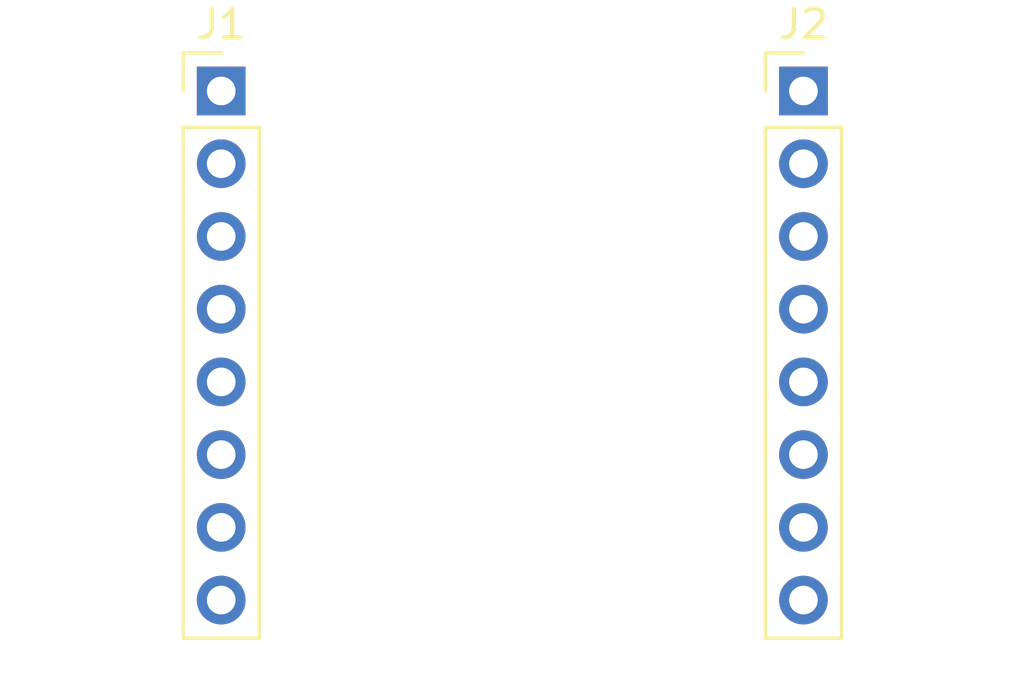
<source format=kicad_pcb>
(kicad_pcb (version 20171130) (host pcbnew "(5.1.10)-1")

  (general
    (thickness 1.6)
    (drawings 0)
    (tracks 0)
    (zones 0)
    (modules 2)
    (nets 17)
  )

  (page A4)
  (layers
    (0 F.Cu signal)
    (31 B.Cu signal)
    (32 B.Adhes user)
    (33 F.Adhes user)
    (34 B.Paste user)
    (35 F.Paste user)
    (36 B.SilkS user)
    (37 F.SilkS user)
    (38 B.Mask user)
    (39 F.Mask user)
    (40 Dwgs.User user)
    (41 Cmts.User user)
    (42 Eco1.User user)
    (43 Eco2.User user)
    (44 Edge.Cuts user)
    (45 Margin user)
    (46 B.CrtYd user)
    (47 F.CrtYd user)
    (48 B.Fab user)
    (49 F.Fab user)
  )

  (setup
    (last_trace_width 0.25)
    (trace_clearance 0.2)
    (zone_clearance 0.508)
    (zone_45_only no)
    (trace_min 0.2)
    (via_size 0.8)
    (via_drill 0.4)
    (via_min_size 0.4)
    (via_min_drill 0.3)
    (uvia_size 0.3)
    (uvia_drill 0.1)
    (uvias_allowed no)
    (uvia_min_size 0.2)
    (uvia_min_drill 0.1)
    (edge_width 0.05)
    (segment_width 0.2)
    (pcb_text_width 0.3)
    (pcb_text_size 1.5 1.5)
    (mod_edge_width 0.12)
    (mod_text_size 1 1)
    (mod_text_width 0.15)
    (pad_size 1.524 1.524)
    (pad_drill 0.762)
    (pad_to_mask_clearance 0)
    (aux_axis_origin 0 0)
    (visible_elements FFFFFF7F)
    (pcbplotparams
      (layerselection 0x010fc_ffffffff)
      (usegerberextensions false)
      (usegerberattributes true)
      (usegerberadvancedattributes true)
      (creategerberjobfile true)
      (excludeedgelayer true)
      (linewidth 0.100000)
      (plotframeref false)
      (viasonmask false)
      (mode 1)
      (useauxorigin false)
      (hpglpennumber 1)
      (hpglpenspeed 20)
      (hpglpendiameter 15.000000)
      (psnegative false)
      (psa4output false)
      (plotreference true)
      (plotvalue true)
      (plotinvisibletext false)
      (padsonsilk false)
      (subtractmaskfromsilk false)
      (outputformat 1)
      (mirror false)
      (drillshape 1)
      (scaleselection 1)
      (outputdirectory ""))
  )

  (net 0 "")
  (net 1 /PC2)
  (net 2 /PC3)
  (net 3 /PC4)
  (net 4 /PD5)
  (net 5 /PD7)
  (net 6 /PB0)
  (net 7 /PB1)
  (net 8 /PB2)
  (net 9 /PC1)
  (net 10 /MOSI)
  (net 11 /MISO)
  (net 12 /RST)
  (net 13 /SCK)
  (net 14 /GND)
  (net 15 /VCC)
  (net 16 /PD6LED)

  (net_class Default "This is the default net class."
    (clearance 0.2)
    (trace_width 0.25)
    (via_dia 0.8)
    (via_drill 0.4)
    (uvia_dia 0.3)
    (uvia_drill 0.1)
    (add_net /GND)
    (add_net /MISO)
    (add_net /MOSI)
    (add_net /PB0)
    (add_net /PB1)
    (add_net /PB2)
    (add_net /PC1)
    (add_net /PC2)
    (add_net /PC3)
    (add_net /PC4)
    (add_net /PD5)
    (add_net /PD6LED)
    (add_net /PD7)
    (add_net /RST)
    (add_net /SCK)
    (add_net /VCC)
  )

  (module Connector_PinHeader_2.54mm:PinHeader_1x08_P2.54mm_Vertical (layer F.Cu) (tedit 59FED5CC) (tstamp 60ED19F4)
    (at 121.92 101.6)
    (descr "Through hole straight pin header, 1x08, 2.54mm pitch, single row")
    (tags "Through hole pin header THT 1x08 2.54mm single row")
    (path /60EDE972)
    (fp_text reference J2 (at 0 -2.33) (layer F.SilkS)
      (effects (font (size 1 1) (thickness 0.15)))
    )
    (fp_text value Conn_01x08_Female (at 0 20.11) (layer F.Fab)
      (effects (font (size 1 1) (thickness 0.15)))
    )
    (fp_text user %R (at 0 8.89 90) (layer F.Fab)
      (effects (font (size 1 1) (thickness 0.15)))
    )
    (fp_line (start -0.635 -1.27) (end 1.27 -1.27) (layer F.Fab) (width 0.1))
    (fp_line (start 1.27 -1.27) (end 1.27 19.05) (layer F.Fab) (width 0.1))
    (fp_line (start 1.27 19.05) (end -1.27 19.05) (layer F.Fab) (width 0.1))
    (fp_line (start -1.27 19.05) (end -1.27 -0.635) (layer F.Fab) (width 0.1))
    (fp_line (start -1.27 -0.635) (end -0.635 -1.27) (layer F.Fab) (width 0.1))
    (fp_line (start -1.33 19.11) (end 1.33 19.11) (layer F.SilkS) (width 0.12))
    (fp_line (start -1.33 1.27) (end -1.33 19.11) (layer F.SilkS) (width 0.12))
    (fp_line (start 1.33 1.27) (end 1.33 19.11) (layer F.SilkS) (width 0.12))
    (fp_line (start -1.33 1.27) (end 1.33 1.27) (layer F.SilkS) (width 0.12))
    (fp_line (start -1.33 0) (end -1.33 -1.33) (layer F.SilkS) (width 0.12))
    (fp_line (start -1.33 -1.33) (end 0 -1.33) (layer F.SilkS) (width 0.12))
    (fp_line (start -1.8 -1.8) (end -1.8 19.55) (layer F.CrtYd) (width 0.05))
    (fp_line (start -1.8 19.55) (end 1.8 19.55) (layer F.CrtYd) (width 0.05))
    (fp_line (start 1.8 19.55) (end 1.8 -1.8) (layer F.CrtYd) (width 0.05))
    (fp_line (start 1.8 -1.8) (end -1.8 -1.8) (layer F.CrtYd) (width 0.05))
    (pad 8 thru_hole oval (at 0 17.78) (size 1.7 1.7) (drill 1) (layers *.Cu *.Mask)
      (net 9 /PC1))
    (pad 7 thru_hole oval (at 0 15.24) (size 1.7 1.7) (drill 1) (layers *.Cu *.Mask)
      (net 10 /MOSI))
    (pad 6 thru_hole oval (at 0 12.7) (size 1.7 1.7) (drill 1) (layers *.Cu *.Mask)
      (net 11 /MISO))
    (pad 5 thru_hole oval (at 0 10.16) (size 1.7 1.7) (drill 1) (layers *.Cu *.Mask)
      (net 12 /RST))
    (pad 4 thru_hole oval (at 0 7.62) (size 1.7 1.7) (drill 1) (layers *.Cu *.Mask)
      (net 13 /SCK))
    (pad 3 thru_hole oval (at 0 5.08) (size 1.7 1.7) (drill 1) (layers *.Cu *.Mask)
      (net 14 /GND))
    (pad 2 thru_hole oval (at 0 2.54) (size 1.7 1.7) (drill 1) (layers *.Cu *.Mask)
      (net 15 /VCC))
    (pad 1 thru_hole rect (at 0 0) (size 1.7 1.7) (drill 1) (layers *.Cu *.Mask)
      (net 16 /PD6LED))
    (model ${KISYS3DMOD}/Connector_PinHeader_2.54mm.3dshapes/PinHeader_1x08_P2.54mm_Vertical.wrl
      (at (xyz 0 0 0))
      (scale (xyz 1 1 1))
      (rotate (xyz 0 0 0))
    )
  )

  (module Connector_PinHeader_2.54mm:PinHeader_1x08_P2.54mm_Vertical (layer F.Cu) (tedit 59FED5CC) (tstamp 60ED19D8)
    (at 101.6 101.6)
    (descr "Through hole straight pin header, 1x08, 2.54mm pitch, single row")
    (tags "Through hole pin header THT 1x08 2.54mm single row")
    (path /60EDDD6F)
    (fp_text reference J1 (at 0 -2.33) (layer F.SilkS)
      (effects (font (size 1 1) (thickness 0.15)))
    )
    (fp_text value Conn_01x08_Female (at 0 20.11) (layer F.Fab)
      (effects (font (size 1 1) (thickness 0.15)))
    )
    (fp_text user %R (at 0 8.89 90) (layer F.Fab)
      (effects (font (size 1 1) (thickness 0.15)))
    )
    (fp_line (start -0.635 -1.27) (end 1.27 -1.27) (layer F.Fab) (width 0.1))
    (fp_line (start 1.27 -1.27) (end 1.27 19.05) (layer F.Fab) (width 0.1))
    (fp_line (start 1.27 19.05) (end -1.27 19.05) (layer F.Fab) (width 0.1))
    (fp_line (start -1.27 19.05) (end -1.27 -0.635) (layer F.Fab) (width 0.1))
    (fp_line (start -1.27 -0.635) (end -0.635 -1.27) (layer F.Fab) (width 0.1))
    (fp_line (start -1.33 19.11) (end 1.33 19.11) (layer F.SilkS) (width 0.12))
    (fp_line (start -1.33 1.27) (end -1.33 19.11) (layer F.SilkS) (width 0.12))
    (fp_line (start 1.33 1.27) (end 1.33 19.11) (layer F.SilkS) (width 0.12))
    (fp_line (start -1.33 1.27) (end 1.33 1.27) (layer F.SilkS) (width 0.12))
    (fp_line (start -1.33 0) (end -1.33 -1.33) (layer F.SilkS) (width 0.12))
    (fp_line (start -1.33 -1.33) (end 0 -1.33) (layer F.SilkS) (width 0.12))
    (fp_line (start -1.8 -1.8) (end -1.8 19.55) (layer F.CrtYd) (width 0.05))
    (fp_line (start -1.8 19.55) (end 1.8 19.55) (layer F.CrtYd) (width 0.05))
    (fp_line (start 1.8 19.55) (end 1.8 -1.8) (layer F.CrtYd) (width 0.05))
    (fp_line (start 1.8 -1.8) (end -1.8 -1.8) (layer F.CrtYd) (width 0.05))
    (pad 8 thru_hole oval (at 0 17.78) (size 1.7 1.7) (drill 1) (layers *.Cu *.Mask)
      (net 1 /PC2))
    (pad 7 thru_hole oval (at 0 15.24) (size 1.7 1.7) (drill 1) (layers *.Cu *.Mask)
      (net 2 /PC3))
    (pad 6 thru_hole oval (at 0 12.7) (size 1.7 1.7) (drill 1) (layers *.Cu *.Mask)
      (net 3 /PC4))
    (pad 5 thru_hole oval (at 0 10.16) (size 1.7 1.7) (drill 1) (layers *.Cu *.Mask)
      (net 4 /PD5))
    (pad 4 thru_hole oval (at 0 7.62) (size 1.7 1.7) (drill 1) (layers *.Cu *.Mask)
      (net 5 /PD7))
    (pad 3 thru_hole oval (at 0 5.08) (size 1.7 1.7) (drill 1) (layers *.Cu *.Mask)
      (net 6 /PB0))
    (pad 2 thru_hole oval (at 0 2.54) (size 1.7 1.7) (drill 1) (layers *.Cu *.Mask)
      (net 7 /PB1))
    (pad 1 thru_hole rect (at 0 0) (size 1.7 1.7) (drill 1) (layers *.Cu *.Mask)
      (net 8 /PB2))
    (model ${KISYS3DMOD}/Connector_PinHeader_2.54mm.3dshapes/PinHeader_1x08_P2.54mm_Vertical.wrl
      (at (xyz 0 0 0))
      (scale (xyz 1 1 1))
      (rotate (xyz 0 0 0))
    )
  )

)

</source>
